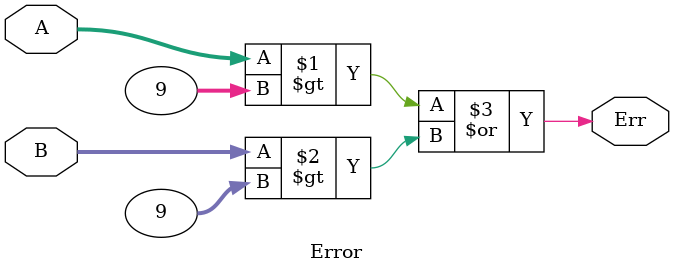
<source format=v>
/*Homework 2 Error written by Ben Foster
 *TCES 330 4/23/14
 */
module Error(A, B, Err);
	input [3:0] A, B; //Inputs A and B.
	output Err; //Output Err is the error
	
	//Assign Err to whether A or B are greater than 9.
	//If either are greater than 9 then Err = 1 which then
	//translates to LED8 in the heirarchy.
	assign Err = (A > 9) | (B > 9);
	
endmodule

</source>
